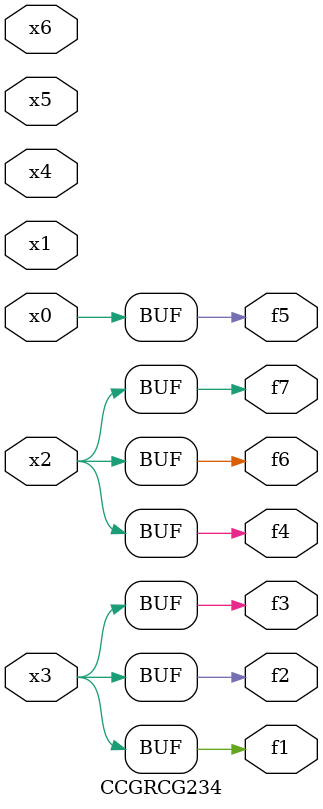
<source format=v>
module CCGRCG234(
	input x0, x1, x2, x3, x4, x5, x6,
	output f1, f2, f3, f4, f5, f6, f7
);
	assign f1 = x3;
	assign f2 = x3;
	assign f3 = x3;
	assign f4 = x2;
	assign f5 = x0;
	assign f6 = x2;
	assign f7 = x2;
endmodule

</source>
